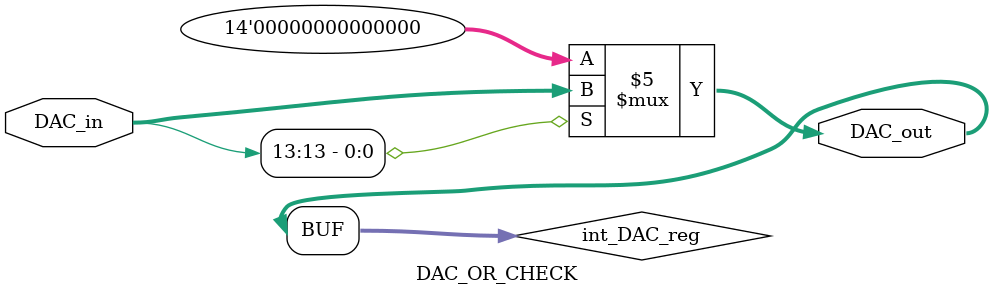
<source format=v>
module DAC_OR_CHECK
#(
	parameter DAC_WIDTH = 14
)
(
	input [DAC_WIDTH - 1:0] DAC_in,
	output [DAC_WIDTH - 1:0] DAC_out
);
	reg [DAC_WIDTH - 1:0] int_DAC_reg = 14'h0000;
	assign DAC_out = int_DAC_reg;
	always @(DAC_in)
	begin
		if(~DAC_in[DAC_WIDTH-1])
			int_DAC_reg = 14'h0000;
		else
			int_DAC_reg = DAC_in;
	end
endmodule

</source>
